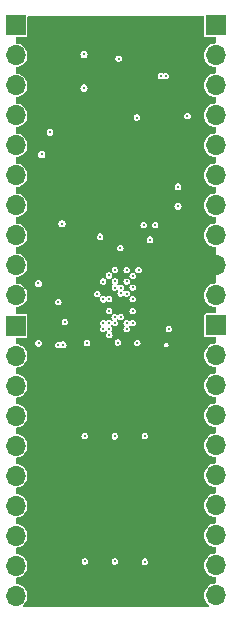
<source format=gbr>
%TF.GenerationSoftware,KiCad,Pcbnew,8.0.1*%
%TF.CreationDate,2024-10-17T14:11:07-05:00*%
%TF.ProjectId,sip-board,7369702d-626f-4617-9264-2e6b69636164,rev?*%
%TF.SameCoordinates,Original*%
%TF.FileFunction,Copper,L2,Inr*%
%TF.FilePolarity,Positive*%
%FSLAX46Y46*%
G04 Gerber Fmt 4.6, Leading zero omitted, Abs format (unit mm)*
G04 Created by KiCad (PCBNEW 8.0.1) date 2024-10-17 14:11:07*
%MOMM*%
%LPD*%
G01*
G04 APERTURE LIST*
%TA.AperFunction,CastellatedPad*%
%ADD10R,1.700000X1.700000*%
%TD*%
%TA.AperFunction,CastellatedPad*%
%ADD11O,1.700000X1.700000*%
%TD*%
%TA.AperFunction,ComponentPad*%
%ADD12R,1.700000X1.700000*%
%TD*%
%TA.AperFunction,ComponentPad*%
%ADD13O,1.700000X1.700000*%
%TD*%
%TA.AperFunction,ViaPad*%
%ADD14C,0.300000*%
%TD*%
%TA.AperFunction,ViaPad*%
%ADD15C,0.254000*%
%TD*%
G04 APERTURE END LIST*
D10*
%TO.N,A1_5V*%
%TO.C,J5*%
X153970000Y-104800000D03*
D11*
%TO.N,A2_5V*%
X153970000Y-107340000D03*
%TO.N,A3_5V*%
X153970000Y-109880000D03*
%TO.N,A4_5V*%
X153970000Y-112420000D03*
%TO.N,A5_5V*%
X153970000Y-114960000D03*
%TO.N,A6_5V*%
X153970000Y-117500000D03*
%TO.N,A7_5V*%
X153970000Y-120040000D03*
%TO.N,A8_5V*%
X153970000Y-122580000D03*
%TO.N,A9_5V*%
X153970000Y-125120000D03*
%TO.N,A10_5V*%
X153970000Y-127660000D03*
%TD*%
D10*
%TO.N,+5V*%
%TO.C,J3*%
X137000000Y-104840000D03*
D11*
%TO.N,D2_5V*%
X137000000Y-107380000D03*
%TO.N,D7_5V*%
X137000000Y-109920000D03*
%TO.N,D0_5V*%
X137000000Y-112460000D03*
%TO.N,D1_5V*%
X137000000Y-115000000D03*
%TO.N,INT_5V*%
X137000000Y-117540000D03*
%TO.N,NMI_5V*%
X137000000Y-120080000D03*
%TO.N,HALT_5V*%
X137000000Y-122620000D03*
%TO.N,MREQ_5V*%
X137000000Y-125160000D03*
%TO.N,IORQ_5V*%
X137000000Y-127700000D03*
%TD*%
D10*
%TO.N,A11_5V*%
%TO.C,J2*%
X137000000Y-79405000D03*
D11*
%TO.N,A12_5V*%
X137000000Y-81945000D03*
%TO.N,A13_5V*%
X137000000Y-84485000D03*
%TO.N,A14_5V*%
X137000000Y-87025000D03*
%TO.N,A15_5V*%
X137000000Y-89565000D03*
%TO.N,CLK_5V*%
X137000000Y-92105000D03*
%TO.N,D4_5V*%
X137000000Y-94645000D03*
%TO.N,D3_5V*%
X137000000Y-97185000D03*
%TO.N,D5_5V*%
X137000000Y-99725000D03*
%TO.N,D6_5V*%
X137000000Y-102265000D03*
%TD*%
D12*
%TO.N,RD_5V*%
%TO.C,J4*%
X153940000Y-79400000D03*
D13*
%TO.N,WR_5V*%
X153940000Y-81940000D03*
%TO.N,BUSAK_5V*%
X153940000Y-84480000D03*
%TO.N,WAIT_5V*%
X153940000Y-87020000D03*
%TO.N,BUSRQ_5V*%
X153940000Y-89560000D03*
%TO.N,RESET_5V*%
X153940000Y-92100000D03*
%TO.N,M1_5V*%
X153940000Y-94640000D03*
%TO.N,RFSH_5V*%
X153940000Y-97180000D03*
%TO.N,GND*%
X153940000Y-99720000D03*
%TO.N,A0_5V*%
X153940000Y-102260000D03*
%TD*%
D14*
%TO.N,+1V0*%
X140930000Y-96190000D03*
D15*
X143050000Y-106290000D03*
X144920000Y-103590000D03*
X145410000Y-100100000D03*
X147300000Y-106270000D03*
X145400000Y-104110000D03*
X146400000Y-102110000D03*
X145900000Y-101610000D03*
X146410000Y-100100000D03*
X145410000Y-101600000D03*
X144920000Y-102590000D03*
X145910000Y-102100000D03*
%TO.N,GND*%
X150400000Y-106500000D03*
X144320000Y-92110000D03*
X150530000Y-95300000D03*
D14*
X148410000Y-104600000D03*
D15*
X146760000Y-114750000D03*
X141770000Y-101850000D03*
X148130000Y-92140000D03*
X145420000Y-100590000D03*
X143420000Y-104590000D03*
X145932310Y-104577690D03*
X147160000Y-98930000D03*
X139870000Y-92050000D03*
X149060000Y-105850000D03*
X142160000Y-98920000D03*
X148410000Y-102100000D03*
X145900000Y-103110000D03*
X146420000Y-100590000D03*
X149040000Y-103850000D03*
D14*
X148690000Y-87960000D03*
D15*
X149240000Y-114750000D03*
X141770000Y-104350000D03*
X146900000Y-102110000D03*
D14*
X137750000Y-88290000D03*
D15*
X144160000Y-106240000D03*
X147920000Y-100590000D03*
D14*
X147880000Y-82870000D03*
X148690000Y-89720000D03*
D15*
X143910000Y-101100000D03*
X144920000Y-100090000D03*
X147420000Y-104080000D03*
X143910000Y-103600000D03*
X144920000Y-104090000D03*
X149920000Y-111060000D03*
D14*
X152400000Y-83570000D03*
D15*
X144660000Y-98960000D03*
X139970000Y-106470000D03*
X143420000Y-102090000D03*
X140700000Y-85980000D03*
D14*
X137670000Y-90870000D03*
D15*
X142920000Y-100590000D03*
X146910000Y-101100000D03*
X143410000Y-99600000D03*
X141770000Y-105850000D03*
X146740000Y-94550000D03*
X145160000Y-106240000D03*
X144130000Y-114750000D03*
X146910000Y-103100000D03*
X150160000Y-104170000D03*
X143040000Y-94560000D03*
X144910000Y-103100000D03*
X149020000Y-99350000D03*
X145900000Y-99610000D03*
X142920000Y-103090000D03*
X140710000Y-92250000D03*
X149000000Y-101350000D03*
X147900000Y-103110000D03*
X146160000Y-106230000D03*
D14*
X151140000Y-86450000D03*
%TO.N,+5V*%
X139220000Y-90330000D03*
X138940000Y-101250000D03*
X138950000Y-106300000D03*
X150760000Y-94720000D03*
X142800000Y-84710000D03*
X142800000Y-81870000D03*
D15*
%TO.N,+1V8*%
X145420000Y-101090000D03*
X146420000Y-101090000D03*
X144160000Y-97300000D03*
X144910000Y-100580000D03*
%TO.N,Net-(IC1-INIT_B_0)*%
X141180000Y-104530000D03*
X144930000Y-105590000D03*
%TO.N,TDO*%
X147270000Y-87210000D03*
X144420000Y-104600000D03*
%TO.N,M0_CONFIG*%
X147950000Y-114190000D03*
X146910000Y-104600000D03*
%TO.N,MOSI*%
X149310000Y-83710000D03*
X145410000Y-104600000D03*
X146920000Y-100610000D03*
X149700000Y-83700000D03*
%TO.N,M2_CONFIG*%
X142860000Y-114180000D03*
X146410000Y-104600000D03*
%TO.N,DIN*%
X147410000Y-100100000D03*
%TO.N,DONE*%
X149980000Y-105100000D03*
X146420000Y-105100000D03*
%TO.N,CS*%
X144900000Y-104610000D03*
X151550000Y-87050000D03*
%TO.N,CCLK*%
X145870000Y-98230000D03*
X145740000Y-82210000D03*
%TO.N,M1_CONFIG*%
X145410000Y-114200000D03*
X145910000Y-104100000D03*
%TO.N,+3V3*%
X150750000Y-93060000D03*
X143920000Y-102120000D03*
X144410000Y-101100000D03*
X146920000Y-101590000D03*
X144910000Y-105100000D03*
X146920000Y-102590000D03*
X139920000Y-88460000D03*
X140620000Y-106470000D03*
X145660000Y-106260000D03*
X142870000Y-124790000D03*
X144410000Y-105100000D03*
X148380000Y-97550000D03*
X146920000Y-103590000D03*
D14*
X141010000Y-106460000D03*
D15*
X144410000Y-102600000D03*
X148820000Y-96280000D03*
X140620000Y-102830000D03*
X147950000Y-124810000D03*
X147850000Y-96280000D03*
X145410000Y-124790000D03*
%TD*%
%TA.AperFunction,Conductor*%
%TO.N,GND*%
G36*
X152917826Y-78641674D02*
G01*
X152939500Y-78694000D01*
X152939500Y-80264820D01*
X152948233Y-80308722D01*
X152981496Y-80358504D01*
X153031278Y-80391767D01*
X153075180Y-80400500D01*
X153075181Y-80400500D01*
X153926000Y-80400500D01*
X153978326Y-80422174D01*
X154000000Y-80474500D01*
X154000000Y-80861679D01*
X153978326Y-80914005D01*
X153933254Y-80935323D01*
X153743866Y-80953976D01*
X153555268Y-81011187D01*
X153381463Y-81104089D01*
X153229117Y-81229117D01*
X153104089Y-81381463D01*
X153011187Y-81555268D01*
X152953976Y-81743866D01*
X152934659Y-81940000D01*
X152953976Y-82136133D01*
X153011187Y-82324731D01*
X153080300Y-82454030D01*
X153104090Y-82498538D01*
X153229117Y-82650883D01*
X153381462Y-82775910D01*
X153458426Y-82817048D01*
X153555268Y-82868812D01*
X153555270Y-82868812D01*
X153555273Y-82868814D01*
X153743868Y-82926024D01*
X153933254Y-82944676D01*
X153983203Y-82971375D01*
X154000000Y-83018320D01*
X154000000Y-83401679D01*
X153978326Y-83454005D01*
X153933254Y-83475323D01*
X153743866Y-83493976D01*
X153555268Y-83551187D01*
X153381463Y-83644089D01*
X153229117Y-83769117D01*
X153104089Y-83921463D01*
X153011187Y-84095268D01*
X152953976Y-84283866D01*
X152934659Y-84480000D01*
X152953976Y-84676133D01*
X153011187Y-84864731D01*
X153089103Y-85010499D01*
X153104090Y-85038538D01*
X153229117Y-85190883D01*
X153381462Y-85315910D01*
X153458426Y-85357048D01*
X153555268Y-85408812D01*
X153555270Y-85408812D01*
X153555273Y-85408814D01*
X153743868Y-85466024D01*
X153933254Y-85484676D01*
X153983203Y-85511375D01*
X154000000Y-85558320D01*
X154000000Y-85941679D01*
X153978326Y-85994005D01*
X153933254Y-86015323D01*
X153743866Y-86033976D01*
X153555268Y-86091187D01*
X153381463Y-86184089D01*
X153229117Y-86309117D01*
X153104089Y-86461463D01*
X153011187Y-86635268D01*
X152953976Y-86823866D01*
X152934659Y-87020000D01*
X152953976Y-87216133D01*
X153011187Y-87404731D01*
X153055429Y-87487500D01*
X153104090Y-87578538D01*
X153229117Y-87730883D01*
X153381462Y-87855910D01*
X153458426Y-87897048D01*
X153555268Y-87948812D01*
X153555270Y-87948812D01*
X153555273Y-87948814D01*
X153743868Y-88006024D01*
X153933254Y-88024676D01*
X153983203Y-88051375D01*
X154000000Y-88098320D01*
X154000000Y-88481679D01*
X153978326Y-88534005D01*
X153933254Y-88555323D01*
X153743866Y-88573976D01*
X153555268Y-88631187D01*
X153381463Y-88724089D01*
X153229117Y-88849117D01*
X153104089Y-89001463D01*
X153011187Y-89175268D01*
X152953976Y-89363866D01*
X152934659Y-89560000D01*
X152953976Y-89756133D01*
X153011187Y-89944731D01*
X153098776Y-90108597D01*
X153104090Y-90118538D01*
X153229117Y-90270883D01*
X153381462Y-90395910D01*
X153458426Y-90437048D01*
X153555268Y-90488812D01*
X153555270Y-90488812D01*
X153555273Y-90488814D01*
X153743868Y-90546024D01*
X153933254Y-90564676D01*
X153983203Y-90591375D01*
X154000000Y-90638320D01*
X154000000Y-91021679D01*
X153978326Y-91074005D01*
X153933254Y-91095323D01*
X153743866Y-91113976D01*
X153555268Y-91171187D01*
X153381463Y-91264089D01*
X153229117Y-91389117D01*
X153104089Y-91541463D01*
X153011187Y-91715268D01*
X152953976Y-91903866D01*
X152934659Y-92100000D01*
X152953976Y-92296133D01*
X153011187Y-92484731D01*
X153098776Y-92648597D01*
X153104090Y-92658538D01*
X153229117Y-92810883D01*
X153381462Y-92935910D01*
X153433313Y-92963625D01*
X153555268Y-93028812D01*
X153555270Y-93028812D01*
X153555273Y-93028814D01*
X153743868Y-93086024D01*
X153933254Y-93104676D01*
X153983203Y-93131375D01*
X154000000Y-93178320D01*
X154000000Y-93561679D01*
X153978326Y-93614005D01*
X153933254Y-93635323D01*
X153743866Y-93653976D01*
X153555268Y-93711187D01*
X153381463Y-93804089D01*
X153229117Y-93929117D01*
X153104089Y-94081463D01*
X153011187Y-94255268D01*
X152953976Y-94443866D01*
X152934659Y-94640000D01*
X152953976Y-94836133D01*
X153011187Y-95024731D01*
X153098776Y-95188597D01*
X153104090Y-95198538D01*
X153229117Y-95350883D01*
X153381462Y-95475910D01*
X153458426Y-95517048D01*
X153555268Y-95568812D01*
X153555270Y-95568812D01*
X153555273Y-95568814D01*
X153743868Y-95626024D01*
X153933254Y-95644676D01*
X153983203Y-95671375D01*
X154000000Y-95718320D01*
X154000000Y-96101679D01*
X153978326Y-96154005D01*
X153933254Y-96175323D01*
X153743866Y-96193976D01*
X153555268Y-96251187D01*
X153381463Y-96344089D01*
X153229117Y-96469117D01*
X153104089Y-96621463D01*
X153011187Y-96795268D01*
X152953976Y-96983866D01*
X152934659Y-97180000D01*
X152953976Y-97376133D01*
X153011187Y-97564731D01*
X153098776Y-97728597D01*
X153104090Y-97738538D01*
X153229117Y-97890883D01*
X153381462Y-98015910D01*
X153443135Y-98048875D01*
X153555268Y-98108812D01*
X153555270Y-98108812D01*
X153555273Y-98108814D01*
X153743868Y-98166024D01*
X153933254Y-98184676D01*
X153983203Y-98211375D01*
X154000000Y-98258320D01*
X154000000Y-101181679D01*
X153978326Y-101234005D01*
X153933254Y-101255323D01*
X153743866Y-101273976D01*
X153555268Y-101331187D01*
X153381463Y-101424089D01*
X153229117Y-101549117D01*
X153104089Y-101701463D01*
X153011187Y-101875268D01*
X152953976Y-102063866D01*
X152934659Y-102260000D01*
X152953976Y-102456133D01*
X153011187Y-102644731D01*
X153078747Y-102771125D01*
X153104090Y-102818538D01*
X153229117Y-102970883D01*
X153381462Y-103095910D01*
X153458426Y-103137048D01*
X153555268Y-103188812D01*
X153555270Y-103188812D01*
X153555273Y-103188814D01*
X153743868Y-103246024D01*
X153933254Y-103264676D01*
X153983203Y-103291375D01*
X154000000Y-103338320D01*
X154000000Y-103725500D01*
X153978326Y-103777826D01*
X153926000Y-103799500D01*
X153105180Y-103799500D01*
X153083229Y-103803866D01*
X153061277Y-103808233D01*
X153011496Y-103841495D01*
X153011495Y-103841496D01*
X152978233Y-103891277D01*
X152978233Y-103891278D01*
X152969500Y-103935180D01*
X152969500Y-105664820D01*
X152978233Y-105708722D01*
X153011496Y-105758504D01*
X153061278Y-105791767D01*
X153105180Y-105800500D01*
X153105181Y-105800500D01*
X153926000Y-105800500D01*
X153978326Y-105822174D01*
X154000000Y-105874500D01*
X154000000Y-106264634D01*
X153978326Y-106316960D01*
X153933254Y-106338278D01*
X153773866Y-106353976D01*
X153585268Y-106411187D01*
X153411463Y-106504089D01*
X153259117Y-106629117D01*
X153134089Y-106781463D01*
X153041187Y-106955268D01*
X152983976Y-107143866D01*
X152964659Y-107340000D01*
X152983976Y-107536133D01*
X153041187Y-107724731D01*
X153128776Y-107888597D01*
X153134090Y-107898538D01*
X153259117Y-108050883D01*
X153411462Y-108175910D01*
X153486297Y-108215910D01*
X153585268Y-108268812D01*
X153585270Y-108268812D01*
X153585273Y-108268814D01*
X153773868Y-108326024D01*
X153933254Y-108341721D01*
X153983203Y-108368420D01*
X154000000Y-108415365D01*
X154000000Y-108804634D01*
X153978326Y-108856960D01*
X153933254Y-108878278D01*
X153773866Y-108893976D01*
X153585268Y-108951187D01*
X153411463Y-109044089D01*
X153259117Y-109169117D01*
X153134089Y-109321463D01*
X153041187Y-109495268D01*
X152983976Y-109683866D01*
X152964659Y-109880000D01*
X152983976Y-110076133D01*
X153041187Y-110264731D01*
X153128776Y-110428597D01*
X153134090Y-110438538D01*
X153259117Y-110590883D01*
X153411462Y-110715910D01*
X153486297Y-110755910D01*
X153585268Y-110808812D01*
X153585270Y-110808812D01*
X153585273Y-110808814D01*
X153773868Y-110866024D01*
X153933254Y-110881721D01*
X153983203Y-110908420D01*
X154000000Y-110955365D01*
X154000000Y-111344634D01*
X153978326Y-111396960D01*
X153933254Y-111418278D01*
X153773866Y-111433976D01*
X153585268Y-111491187D01*
X153411463Y-111584089D01*
X153259117Y-111709117D01*
X153134089Y-111861463D01*
X153041187Y-112035268D01*
X152983976Y-112223866D01*
X152964659Y-112420000D01*
X152983976Y-112616133D01*
X153041187Y-112804731D01*
X153128776Y-112968597D01*
X153134090Y-112978538D01*
X153259117Y-113130883D01*
X153411462Y-113255910D01*
X153486297Y-113295910D01*
X153585268Y-113348812D01*
X153585270Y-113348812D01*
X153585273Y-113348814D01*
X153773868Y-113406024D01*
X153933254Y-113421721D01*
X153983203Y-113448420D01*
X154000000Y-113495365D01*
X154000000Y-113884634D01*
X153978326Y-113936960D01*
X153933254Y-113958278D01*
X153773866Y-113973976D01*
X153585268Y-114031187D01*
X153411463Y-114124089D01*
X153259117Y-114249117D01*
X153134089Y-114401463D01*
X153041187Y-114575268D01*
X152983976Y-114763866D01*
X152964659Y-114960000D01*
X152983976Y-115156133D01*
X153041187Y-115344731D01*
X153128776Y-115508597D01*
X153134090Y-115518538D01*
X153259117Y-115670883D01*
X153411462Y-115795910D01*
X153486297Y-115835910D01*
X153585268Y-115888812D01*
X153585270Y-115888812D01*
X153585273Y-115888814D01*
X153773868Y-115946024D01*
X153933254Y-115961721D01*
X153983203Y-115988420D01*
X154000000Y-116035365D01*
X154000000Y-116424634D01*
X153978326Y-116476960D01*
X153933254Y-116498278D01*
X153773866Y-116513976D01*
X153585268Y-116571187D01*
X153411463Y-116664089D01*
X153259117Y-116789117D01*
X153134089Y-116941463D01*
X153041187Y-117115268D01*
X152983976Y-117303866D01*
X152964659Y-117500000D01*
X152983976Y-117696133D01*
X153041187Y-117884731D01*
X153128776Y-118048597D01*
X153134090Y-118058538D01*
X153259117Y-118210883D01*
X153411462Y-118335910D01*
X153486297Y-118375910D01*
X153585268Y-118428812D01*
X153585270Y-118428812D01*
X153585273Y-118428814D01*
X153773868Y-118486024D01*
X153933254Y-118501721D01*
X153983203Y-118528420D01*
X154000000Y-118575365D01*
X154000000Y-118964634D01*
X153978326Y-119016960D01*
X153933254Y-119038278D01*
X153773866Y-119053976D01*
X153585268Y-119111187D01*
X153411463Y-119204089D01*
X153259117Y-119329117D01*
X153134089Y-119481463D01*
X153041187Y-119655268D01*
X152983976Y-119843866D01*
X152964659Y-120040000D01*
X152983976Y-120236133D01*
X153041187Y-120424731D01*
X153128776Y-120588597D01*
X153134090Y-120598538D01*
X153259117Y-120750883D01*
X153411462Y-120875910D01*
X153486297Y-120915910D01*
X153585268Y-120968812D01*
X153585270Y-120968812D01*
X153585273Y-120968814D01*
X153773868Y-121026024D01*
X153933254Y-121041721D01*
X153983203Y-121068420D01*
X154000000Y-121115365D01*
X154000000Y-121504634D01*
X153978326Y-121556960D01*
X153933254Y-121578278D01*
X153773866Y-121593976D01*
X153585268Y-121651187D01*
X153411463Y-121744089D01*
X153259117Y-121869117D01*
X153134089Y-122021463D01*
X153041187Y-122195268D01*
X152983976Y-122383866D01*
X152964659Y-122580000D01*
X152983976Y-122776133D01*
X153041187Y-122964731D01*
X153128776Y-123128597D01*
X153134090Y-123138538D01*
X153259117Y-123290883D01*
X153411462Y-123415910D01*
X153486297Y-123455910D01*
X153585268Y-123508812D01*
X153585270Y-123508812D01*
X153585273Y-123508814D01*
X153773868Y-123566024D01*
X153933254Y-123581721D01*
X153983203Y-123608420D01*
X154000000Y-123655365D01*
X154000000Y-124044634D01*
X153978326Y-124096960D01*
X153933254Y-124118278D01*
X153773866Y-124133976D01*
X153585268Y-124191187D01*
X153411463Y-124284089D01*
X153259117Y-124409117D01*
X153134089Y-124561463D01*
X153041187Y-124735268D01*
X152983976Y-124923866D01*
X152964659Y-125120000D01*
X152983976Y-125316133D01*
X153041187Y-125504731D01*
X153128776Y-125668597D01*
X153134090Y-125678538D01*
X153259117Y-125830883D01*
X153411462Y-125955910D01*
X153486297Y-125995910D01*
X153585268Y-126048812D01*
X153585270Y-126048812D01*
X153585273Y-126048814D01*
X153773868Y-126106024D01*
X153933254Y-126121721D01*
X153983203Y-126148420D01*
X154000000Y-126195365D01*
X154000000Y-126584634D01*
X153978326Y-126636960D01*
X153933254Y-126658278D01*
X153773866Y-126673976D01*
X153585268Y-126731187D01*
X153411463Y-126824089D01*
X153259117Y-126949117D01*
X153134089Y-127101463D01*
X153041187Y-127275268D01*
X152983976Y-127463866D01*
X152964659Y-127660000D01*
X152983976Y-127856133D01*
X153041187Y-128044731D01*
X153128776Y-128208597D01*
X153134090Y-128218538D01*
X153259117Y-128370883D01*
X153402795Y-128488797D01*
X153429494Y-128538747D01*
X153413053Y-128592945D01*
X153363103Y-128619644D01*
X153355850Y-128620000D01*
X137662890Y-128620000D01*
X137610564Y-128598326D01*
X137588890Y-128546000D01*
X137610564Y-128493674D01*
X137615944Y-128488798D01*
X137623724Y-128482412D01*
X137710883Y-128410883D01*
X137835910Y-128258538D01*
X137928814Y-128084727D01*
X137986024Y-127896132D01*
X138005341Y-127700000D01*
X137986024Y-127503868D01*
X137928814Y-127315273D01*
X137928812Y-127315270D01*
X137928812Y-127315268D01*
X137877048Y-127218426D01*
X137835910Y-127141462D01*
X137710883Y-126989117D01*
X137558538Y-126864090D01*
X137548597Y-126858776D01*
X137384731Y-126771187D01*
X137196133Y-126713976D01*
X137132513Y-126707710D01*
X137066746Y-126701232D01*
X137016797Y-126674534D01*
X137000000Y-126627589D01*
X137000000Y-126232410D01*
X137021674Y-126180084D01*
X137066744Y-126158767D01*
X137196132Y-126146024D01*
X137384727Y-126088814D01*
X137558538Y-125995910D01*
X137710883Y-125870883D01*
X137835910Y-125718538D01*
X137928814Y-125544727D01*
X137986024Y-125356132D01*
X138005341Y-125160000D01*
X137986024Y-124963868D01*
X137933281Y-124790000D01*
X142588219Y-124790000D01*
X142605211Y-124886373D01*
X142605211Y-124886374D01*
X142605212Y-124886375D01*
X142654143Y-124971125D01*
X142729109Y-125034030D01*
X142821067Y-125067499D01*
X142821067Y-125067500D01*
X142821069Y-125067500D01*
X142918933Y-125067500D01*
X142918932Y-125067499D01*
X143010891Y-125034030D01*
X143085857Y-124971125D01*
X143134788Y-124886375D01*
X143151781Y-124790000D01*
X145128219Y-124790000D01*
X145145211Y-124886373D01*
X145145211Y-124886374D01*
X145145212Y-124886375D01*
X145194143Y-124971125D01*
X145269109Y-125034030D01*
X145361067Y-125067499D01*
X145361067Y-125067500D01*
X145361069Y-125067500D01*
X145458933Y-125067500D01*
X145458932Y-125067499D01*
X145550891Y-125034030D01*
X145625857Y-124971125D01*
X145674788Y-124886375D01*
X145688255Y-124810000D01*
X147668219Y-124810000D01*
X147685211Y-124906373D01*
X147685211Y-124906374D01*
X147685212Y-124906375D01*
X147734143Y-124991125D01*
X147809109Y-125054030D01*
X147901067Y-125087499D01*
X147901067Y-125087500D01*
X147901069Y-125087500D01*
X147998933Y-125087500D01*
X147998932Y-125087499D01*
X148090891Y-125054030D01*
X148165857Y-124991125D01*
X148214788Y-124906375D01*
X148231781Y-124810000D01*
X148214788Y-124713625D01*
X148165857Y-124628875D01*
X148090891Y-124565970D01*
X148090890Y-124565969D01*
X147998932Y-124532500D01*
X147998931Y-124532500D01*
X147901069Y-124532500D01*
X147901067Y-124532500D01*
X147809109Y-124565970D01*
X147809107Y-124565971D01*
X147734143Y-124628873D01*
X147685211Y-124713626D01*
X147668219Y-124810000D01*
X145688255Y-124810000D01*
X145691781Y-124790000D01*
X145674788Y-124693625D01*
X145625857Y-124608875D01*
X145574726Y-124565970D01*
X145550890Y-124545969D01*
X145458932Y-124512500D01*
X145458931Y-124512500D01*
X145361069Y-124512500D01*
X145361067Y-124512500D01*
X145269109Y-124545970D01*
X145269107Y-124545971D01*
X145194143Y-124608873D01*
X145145211Y-124693626D01*
X145128219Y-124790000D01*
X143151781Y-124790000D01*
X143134788Y-124693625D01*
X143085857Y-124608875D01*
X143034726Y-124565970D01*
X143010890Y-124545969D01*
X142918932Y-124512500D01*
X142918931Y-124512500D01*
X142821069Y-124512500D01*
X142821067Y-124512500D01*
X142729109Y-124545970D01*
X142729107Y-124545971D01*
X142654143Y-124608873D01*
X142605211Y-124693626D01*
X142588219Y-124790000D01*
X137933281Y-124790000D01*
X137928814Y-124775273D01*
X137928812Y-124775270D01*
X137928812Y-124775268D01*
X137877048Y-124678426D01*
X137835910Y-124601462D01*
X137710883Y-124449117D01*
X137558538Y-124324090D01*
X137548597Y-124318776D01*
X137384731Y-124231187D01*
X137196133Y-124173976D01*
X137132513Y-124167710D01*
X137066746Y-124161232D01*
X137016797Y-124134534D01*
X137000000Y-124087589D01*
X137000000Y-123692410D01*
X137021674Y-123640084D01*
X137066744Y-123618767D01*
X137196132Y-123606024D01*
X137384727Y-123548814D01*
X137558538Y-123455910D01*
X137710883Y-123330883D01*
X137835910Y-123178538D01*
X137928814Y-123004727D01*
X137986024Y-122816132D01*
X138005341Y-122620000D01*
X137986024Y-122423868D01*
X137928814Y-122235273D01*
X137928812Y-122235270D01*
X137928812Y-122235268D01*
X137877048Y-122138426D01*
X137835910Y-122061462D01*
X137710883Y-121909117D01*
X137558538Y-121784090D01*
X137548597Y-121778776D01*
X137384731Y-121691187D01*
X137196133Y-121633976D01*
X137132513Y-121627710D01*
X137066746Y-121621232D01*
X137016797Y-121594534D01*
X137000000Y-121547589D01*
X137000000Y-121152410D01*
X137021674Y-121100084D01*
X137066744Y-121078767D01*
X137196132Y-121066024D01*
X137384727Y-121008814D01*
X137558538Y-120915910D01*
X137710883Y-120790883D01*
X137835910Y-120638538D01*
X137928814Y-120464727D01*
X137986024Y-120276132D01*
X138005341Y-120080000D01*
X137986024Y-119883868D01*
X137928814Y-119695273D01*
X137928812Y-119695270D01*
X137928812Y-119695268D01*
X137877048Y-119598426D01*
X137835910Y-119521462D01*
X137710883Y-119369117D01*
X137558538Y-119244090D01*
X137548597Y-119238776D01*
X137384731Y-119151187D01*
X137196133Y-119093976D01*
X137132513Y-119087710D01*
X137066746Y-119081232D01*
X137016797Y-119054534D01*
X137000000Y-119007589D01*
X137000000Y-118612410D01*
X137021674Y-118560084D01*
X137066744Y-118538767D01*
X137196132Y-118526024D01*
X137384727Y-118468814D01*
X137558538Y-118375910D01*
X137710883Y-118250883D01*
X137835910Y-118098538D01*
X137928814Y-117924727D01*
X137986024Y-117736132D01*
X138005341Y-117540000D01*
X137986024Y-117343868D01*
X137928814Y-117155273D01*
X137928812Y-117155270D01*
X137928812Y-117155268D01*
X137877048Y-117058426D01*
X137835910Y-116981462D01*
X137710883Y-116829117D01*
X137558538Y-116704090D01*
X137548597Y-116698776D01*
X137384731Y-116611187D01*
X137196133Y-116553976D01*
X137132513Y-116547710D01*
X137066746Y-116541232D01*
X137016797Y-116514534D01*
X137000000Y-116467589D01*
X137000000Y-116072410D01*
X137021674Y-116020084D01*
X137066744Y-115998767D01*
X137196132Y-115986024D01*
X137384727Y-115928814D01*
X137558538Y-115835910D01*
X137710883Y-115710883D01*
X137835910Y-115558538D01*
X137928814Y-115384727D01*
X137986024Y-115196132D01*
X138005341Y-115000000D01*
X137986024Y-114803868D01*
X137928814Y-114615273D01*
X137928812Y-114615270D01*
X137928812Y-114615268D01*
X137877048Y-114518426D01*
X137835910Y-114441462D01*
X137710883Y-114289117D01*
X137577924Y-114180000D01*
X142578219Y-114180000D01*
X142595211Y-114276373D01*
X142595211Y-114276374D01*
X142595212Y-114276375D01*
X142644143Y-114361125D01*
X142719109Y-114424030D01*
X142811067Y-114457499D01*
X142811067Y-114457500D01*
X142811069Y-114457500D01*
X142908933Y-114457500D01*
X142908932Y-114457499D01*
X143000891Y-114424030D01*
X143075857Y-114361125D01*
X143124788Y-114276375D01*
X143138255Y-114200000D01*
X145128219Y-114200000D01*
X145145211Y-114296373D01*
X145188368Y-114371124D01*
X145194143Y-114381125D01*
X145269109Y-114444030D01*
X145361067Y-114477499D01*
X145361067Y-114477500D01*
X145361069Y-114477500D01*
X145458933Y-114477500D01*
X145458932Y-114477499D01*
X145550891Y-114444030D01*
X145625857Y-114381125D01*
X145674788Y-114296375D01*
X145691781Y-114200000D01*
X145690018Y-114190000D01*
X147668219Y-114190000D01*
X147685211Y-114286373D01*
X147685211Y-114286374D01*
X147685212Y-114286375D01*
X147690986Y-114296375D01*
X147728368Y-114361124D01*
X147734143Y-114371125D01*
X147809109Y-114434030D01*
X147901067Y-114467499D01*
X147901067Y-114467500D01*
X147901069Y-114467500D01*
X147998933Y-114467500D01*
X147998932Y-114467499D01*
X148090891Y-114434030D01*
X148165857Y-114371125D01*
X148214788Y-114286375D01*
X148231781Y-114190000D01*
X148214788Y-114093625D01*
X148165857Y-114008875D01*
X148090891Y-113945970D01*
X148090890Y-113945969D01*
X147998932Y-113912500D01*
X147998931Y-113912500D01*
X147901069Y-113912500D01*
X147901067Y-113912500D01*
X147809109Y-113945970D01*
X147809107Y-113945971D01*
X147734143Y-114008873D01*
X147685211Y-114093626D01*
X147668219Y-114190000D01*
X145690018Y-114190000D01*
X145674788Y-114103625D01*
X145625857Y-114018875D01*
X145550891Y-113955970D01*
X145550890Y-113955969D01*
X145458932Y-113922500D01*
X145458931Y-113922500D01*
X145361069Y-113922500D01*
X145361067Y-113922500D01*
X145269109Y-113955970D01*
X145269107Y-113955971D01*
X145194143Y-114018873D01*
X145145211Y-114103626D01*
X145128219Y-114200000D01*
X143138255Y-114200000D01*
X143141781Y-114180000D01*
X143124788Y-114083625D01*
X143075857Y-113998875D01*
X143024726Y-113955970D01*
X143000890Y-113935969D01*
X142908932Y-113902500D01*
X142908931Y-113902500D01*
X142811069Y-113902500D01*
X142811067Y-113902500D01*
X142719109Y-113935970D01*
X142719107Y-113935971D01*
X142644143Y-113998873D01*
X142595211Y-114083626D01*
X142578219Y-114180000D01*
X137577924Y-114180000D01*
X137558538Y-114164090D01*
X137548597Y-114158776D01*
X137384731Y-114071187D01*
X137196133Y-114013976D01*
X137132513Y-114007710D01*
X137066746Y-114001232D01*
X137016797Y-113974534D01*
X137000000Y-113927589D01*
X137000000Y-113532410D01*
X137021674Y-113480084D01*
X137066744Y-113458767D01*
X137196132Y-113446024D01*
X137384727Y-113388814D01*
X137558538Y-113295910D01*
X137710883Y-113170883D01*
X137835910Y-113018538D01*
X137928814Y-112844727D01*
X137986024Y-112656132D01*
X138005341Y-112460000D01*
X137986024Y-112263868D01*
X137928814Y-112075273D01*
X137928812Y-112075270D01*
X137928812Y-112075268D01*
X137877048Y-111978426D01*
X137835910Y-111901462D01*
X137710883Y-111749117D01*
X137558538Y-111624090D01*
X137548597Y-111618776D01*
X137384731Y-111531187D01*
X137196133Y-111473976D01*
X137132513Y-111467710D01*
X137066746Y-111461232D01*
X137016797Y-111434534D01*
X137000000Y-111387589D01*
X137000000Y-110992410D01*
X137021674Y-110940084D01*
X137066744Y-110918767D01*
X137196132Y-110906024D01*
X137384727Y-110848814D01*
X137558538Y-110755910D01*
X137710883Y-110630883D01*
X137835910Y-110478538D01*
X137928814Y-110304727D01*
X137986024Y-110116132D01*
X138005341Y-109920000D01*
X137986024Y-109723868D01*
X137928814Y-109535273D01*
X137928812Y-109535270D01*
X137928812Y-109535268D01*
X137877048Y-109438426D01*
X137835910Y-109361462D01*
X137710883Y-109209117D01*
X137558538Y-109084090D01*
X137548597Y-109078776D01*
X137384731Y-108991187D01*
X137196133Y-108933976D01*
X137132513Y-108927710D01*
X137066746Y-108921232D01*
X137016797Y-108894534D01*
X137000000Y-108847589D01*
X137000000Y-108452410D01*
X137021674Y-108400084D01*
X137066744Y-108378767D01*
X137196132Y-108366024D01*
X137384727Y-108308814D01*
X137558538Y-108215910D01*
X137710883Y-108090883D01*
X137835910Y-107938538D01*
X137928814Y-107764727D01*
X137986024Y-107576132D01*
X138005341Y-107380000D01*
X137986024Y-107183868D01*
X137928814Y-106995273D01*
X137928812Y-106995270D01*
X137928812Y-106995268D01*
X137877048Y-106898426D01*
X137835910Y-106821462D01*
X137710883Y-106669117D01*
X137558538Y-106544090D01*
X137502300Y-106514030D01*
X137384731Y-106451187D01*
X137196133Y-106393976D01*
X137118936Y-106386373D01*
X137066746Y-106381232D01*
X137016797Y-106354534D01*
X137000000Y-106307589D01*
X137000000Y-106300000D01*
X138644864Y-106300000D01*
X138663265Y-106404362D01*
X138716252Y-106496139D01*
X138797429Y-106564254D01*
X138797432Y-106564256D01*
X138897011Y-106600499D01*
X138897012Y-106600500D01*
X138897014Y-106600500D01*
X139002988Y-106600500D01*
X139002988Y-106600499D01*
X139102568Y-106564256D01*
X139183748Y-106496138D01*
X139198839Y-106470000D01*
X140338219Y-106470000D01*
X140355211Y-106566373D01*
X140392400Y-106630787D01*
X140404143Y-106651125D01*
X140479109Y-106714030D01*
X140571067Y-106747499D01*
X140571067Y-106747500D01*
X140571069Y-106747500D01*
X140668933Y-106747500D01*
X140668932Y-106747499D01*
X140760891Y-106714030D01*
X140760894Y-106714027D01*
X140765983Y-106711089D01*
X140822135Y-106703692D01*
X140850556Y-106718486D01*
X140857432Y-106724256D01*
X140957011Y-106760499D01*
X140957012Y-106760500D01*
X140957014Y-106760500D01*
X141062988Y-106760500D01*
X141062988Y-106760499D01*
X141162568Y-106724256D01*
X141243748Y-106656138D01*
X141296734Y-106564363D01*
X141315136Y-106460000D01*
X141296734Y-106355637D01*
X141258839Y-106290000D01*
X142768219Y-106290000D01*
X142785211Y-106386373D01*
X142785211Y-106386374D01*
X142785212Y-106386375D01*
X142798323Y-106409083D01*
X142822631Y-106451187D01*
X142834143Y-106471125D01*
X142909109Y-106534030D01*
X143001067Y-106567499D01*
X143001067Y-106567500D01*
X143001069Y-106567500D01*
X143098933Y-106567500D01*
X143098932Y-106567499D01*
X143190891Y-106534030D01*
X143265857Y-106471125D01*
X143314788Y-106386375D01*
X143331781Y-106290000D01*
X143326491Y-106260000D01*
X145378219Y-106260000D01*
X145395211Y-106356373D01*
X145395211Y-106356374D01*
X145395212Y-106356375D01*
X145400986Y-106366375D01*
X145426857Y-106411186D01*
X145444143Y-106441125D01*
X145519109Y-106504030D01*
X145611067Y-106537499D01*
X145611067Y-106537500D01*
X145611069Y-106537500D01*
X145708933Y-106537500D01*
X145708932Y-106537499D01*
X145800891Y-106504030D01*
X145875857Y-106441125D01*
X145924788Y-106356375D01*
X145940018Y-106270000D01*
X147018219Y-106270000D01*
X147035211Y-106366373D01*
X147035211Y-106366374D01*
X147035212Y-106366375D01*
X147043790Y-106381233D01*
X147078368Y-106441124D01*
X147084143Y-106451125D01*
X147159109Y-106514030D01*
X147251067Y-106547499D01*
X147251067Y-106547500D01*
X147251069Y-106547500D01*
X147348933Y-106547500D01*
X147348932Y-106547499D01*
X147440891Y-106514030D01*
X147493363Y-106470000D01*
X149554344Y-106470000D01*
X149574710Y-106559231D01*
X149631776Y-106630788D01*
X149714237Y-106670500D01*
X149714238Y-106670500D01*
X149805762Y-106670500D01*
X149805763Y-106670500D01*
X149888224Y-106630788D01*
X149945290Y-106559231D01*
X149965656Y-106470000D01*
X149945290Y-106380769D01*
X149888224Y-106309212D01*
X149805763Y-106269500D01*
X149714237Y-106269500D01*
X149674009Y-106288873D01*
X149631775Y-106309212D01*
X149574711Y-106380767D01*
X149574710Y-106380768D01*
X149574710Y-106380769D01*
X149554344Y-106470000D01*
X147493363Y-106470000D01*
X147515857Y-106451125D01*
X147564788Y-106366375D01*
X147581781Y-106270000D01*
X147564788Y-106173625D01*
X147515857Y-106088875D01*
X147464726Y-106045970D01*
X147440890Y-106025969D01*
X147348932Y-105992500D01*
X147348931Y-105992500D01*
X147251069Y-105992500D01*
X147251067Y-105992500D01*
X147159109Y-106025970D01*
X147159107Y-106025971D01*
X147084143Y-106088873D01*
X147035211Y-106173626D01*
X147018219Y-106270000D01*
X145940018Y-106270000D01*
X145941781Y-106260000D01*
X145924788Y-106163625D01*
X145875857Y-106078875D01*
X145800891Y-106015970D01*
X145800890Y-106015969D01*
X145708932Y-105982500D01*
X145708931Y-105982500D01*
X145611069Y-105982500D01*
X145611067Y-105982500D01*
X145519109Y-106015970D01*
X145519107Y-106015971D01*
X145444143Y-106078873D01*
X145395211Y-106163626D01*
X145378219Y-106260000D01*
X143326491Y-106260000D01*
X143314788Y-106193625D01*
X143265857Y-106108875D01*
X143190891Y-106045970D01*
X143190890Y-106045969D01*
X143098932Y-106012500D01*
X143098931Y-106012500D01*
X143001069Y-106012500D01*
X143001067Y-106012500D01*
X142909109Y-106045970D01*
X142909107Y-106045971D01*
X142834143Y-106108873D01*
X142785211Y-106193626D01*
X142768219Y-106290000D01*
X141258839Y-106290000D01*
X141243748Y-106263862D01*
X141243747Y-106263860D01*
X141162570Y-106195745D01*
X141162567Y-106195743D01*
X141062988Y-106159500D01*
X141062986Y-106159500D01*
X140957014Y-106159500D01*
X140957011Y-106159500D01*
X140857433Y-106195743D01*
X140857432Y-106195743D01*
X140835826Y-106213872D01*
X140781809Y-106230901D01*
X140762953Y-106226720D01*
X140668933Y-106192500D01*
X140668931Y-106192500D01*
X140571069Y-106192500D01*
X140571067Y-106192500D01*
X140479109Y-106225970D01*
X140479107Y-106225971D01*
X140404143Y-106288873D01*
X140355211Y-106373626D01*
X140338219Y-106470000D01*
X139198839Y-106470000D01*
X139236734Y-106404363D01*
X139255136Y-106300000D01*
X139236734Y-106195637D01*
X139183748Y-106103862D01*
X139183747Y-106103860D01*
X139102570Y-106035745D01*
X139102567Y-106035743D01*
X139002988Y-105999500D01*
X139002986Y-105999500D01*
X138897014Y-105999500D01*
X138897011Y-105999500D01*
X138797432Y-106035743D01*
X138797429Y-106035745D01*
X138716252Y-106103860D01*
X138663265Y-106195637D01*
X138644864Y-106300000D01*
X137000000Y-106300000D01*
X137000000Y-105914500D01*
X137021674Y-105862174D01*
X137074000Y-105840500D01*
X137864819Y-105840500D01*
X137864820Y-105840500D01*
X137908722Y-105831767D01*
X137958504Y-105798504D01*
X137991767Y-105748722D01*
X138000500Y-105704820D01*
X138000500Y-105100000D01*
X144128219Y-105100000D01*
X144145211Y-105196373D01*
X144145211Y-105196374D01*
X144145212Y-105196375D01*
X144194143Y-105281125D01*
X144269109Y-105344030D01*
X144361067Y-105377499D01*
X144361067Y-105377500D01*
X144361069Y-105377500D01*
X144458933Y-105377500D01*
X144458932Y-105377499D01*
X144550891Y-105344030D01*
X144612433Y-105292388D01*
X144666448Y-105275356D01*
X144707566Y-105292389D01*
X144712711Y-105296706D01*
X144738861Y-105346943D01*
X144721827Y-105400959D01*
X144715343Y-105407443D01*
X144714144Y-105408872D01*
X144665211Y-105493626D01*
X144648219Y-105590000D01*
X144665211Y-105686373D01*
X144706855Y-105758503D01*
X144714143Y-105771125D01*
X144789109Y-105834030D01*
X144881067Y-105867499D01*
X144881067Y-105867500D01*
X144881069Y-105867500D01*
X144978933Y-105867500D01*
X144978932Y-105867499D01*
X145070891Y-105834030D01*
X145145857Y-105771125D01*
X145194788Y-105686375D01*
X145211781Y-105590000D01*
X145194788Y-105493625D01*
X145145857Y-105408875D01*
X145127290Y-105393295D01*
X145101139Y-105343057D01*
X145118170Y-105289041D01*
X145124657Y-105282555D01*
X145125855Y-105281127D01*
X145125855Y-105281126D01*
X145125857Y-105281125D01*
X145174788Y-105196375D01*
X145191781Y-105100000D01*
X145174788Y-105003625D01*
X145125857Y-104918875D01*
X145112290Y-104907491D01*
X145086139Y-104857254D01*
X145103169Y-104803238D01*
X145112286Y-104794121D01*
X145113388Y-104793196D01*
X145167402Y-104776161D01*
X145208524Y-104793192D01*
X145269109Y-104844030D01*
X145361067Y-104877499D01*
X145361067Y-104877500D01*
X145361069Y-104877500D01*
X145458933Y-104877500D01*
X145458932Y-104877499D01*
X145550891Y-104844030D01*
X145625857Y-104781125D01*
X145674788Y-104696375D01*
X145691781Y-104600000D01*
X146128219Y-104600000D01*
X146145211Y-104696373D01*
X146194142Y-104781124D01*
X146213667Y-104797508D01*
X146239818Y-104847746D01*
X146222787Y-104901762D01*
X146213669Y-104910880D01*
X146204143Y-104918873D01*
X146155211Y-105003626D01*
X146138219Y-105100000D01*
X146155211Y-105196373D01*
X146155211Y-105196374D01*
X146155212Y-105196375D01*
X146204143Y-105281125D01*
X146279109Y-105344030D01*
X146371067Y-105377499D01*
X146371067Y-105377500D01*
X146371069Y-105377500D01*
X146468933Y-105377500D01*
X146468932Y-105377499D01*
X146560891Y-105344030D01*
X146635857Y-105281125D01*
X146684788Y-105196375D01*
X146701781Y-105100000D01*
X149698219Y-105100000D01*
X149715211Y-105196373D01*
X149715211Y-105196374D01*
X149715212Y-105196375D01*
X149764143Y-105281125D01*
X149839109Y-105344030D01*
X149931067Y-105377499D01*
X149931067Y-105377500D01*
X149931069Y-105377500D01*
X150028933Y-105377500D01*
X150028932Y-105377499D01*
X150120891Y-105344030D01*
X150195857Y-105281125D01*
X150244788Y-105196375D01*
X150261781Y-105100000D01*
X150244788Y-105003625D01*
X150195857Y-104918875D01*
X150186329Y-104910880D01*
X150120890Y-104855969D01*
X150028932Y-104822500D01*
X150028931Y-104822500D01*
X149931069Y-104822500D01*
X149931067Y-104822500D01*
X149839109Y-104855970D01*
X149839107Y-104855971D01*
X149764143Y-104918873D01*
X149715211Y-105003626D01*
X149698219Y-105100000D01*
X146701781Y-105100000D01*
X146684788Y-105003625D01*
X146636661Y-104920267D01*
X146629268Y-104864114D01*
X146663747Y-104819181D01*
X146719900Y-104811788D01*
X146748313Y-104826580D01*
X146769109Y-104844030D01*
X146861067Y-104877499D01*
X146861067Y-104877500D01*
X146861069Y-104877500D01*
X146958933Y-104877500D01*
X146958932Y-104877499D01*
X147050891Y-104844030D01*
X147125857Y-104781125D01*
X147174788Y-104696375D01*
X147191781Y-104600000D01*
X147174788Y-104503625D01*
X147125857Y-104418875D01*
X147112432Y-104407610D01*
X147050890Y-104355969D01*
X146958932Y-104322500D01*
X146958931Y-104322500D01*
X146861069Y-104322500D01*
X146861067Y-104322500D01*
X146769110Y-104355969D01*
X146707566Y-104407611D01*
X146653550Y-104424641D01*
X146612434Y-104407610D01*
X146550893Y-104355971D01*
X146550890Y-104355969D01*
X146458932Y-104322500D01*
X146458931Y-104322500D01*
X146361069Y-104322500D01*
X146361067Y-104322500D01*
X146269109Y-104355970D01*
X146269107Y-104355971D01*
X146194143Y-104418873D01*
X146145211Y-104503626D01*
X146128219Y-104600000D01*
X145691781Y-104600000D01*
X145674788Y-104503625D01*
X145625857Y-104418875D01*
X145612290Y-104407491D01*
X145586139Y-104357254D01*
X145603169Y-104303238D01*
X145612286Y-104294121D01*
X145613388Y-104293196D01*
X145667402Y-104276161D01*
X145708524Y-104293192D01*
X145769109Y-104344030D01*
X145861067Y-104377499D01*
X145861067Y-104377500D01*
X145861069Y-104377500D01*
X145958933Y-104377500D01*
X145958932Y-104377499D01*
X146050891Y-104344030D01*
X146125857Y-104281125D01*
X146174788Y-104196375D01*
X146191781Y-104100000D01*
X146174788Y-104003625D01*
X146125857Y-103918875D01*
X146064632Y-103867500D01*
X146050890Y-103855969D01*
X145958932Y-103822500D01*
X145958931Y-103822500D01*
X145861069Y-103822500D01*
X145861067Y-103822500D01*
X145769109Y-103855970D01*
X145769107Y-103855971D01*
X145696607Y-103916806D01*
X145642591Y-103933837D01*
X145601474Y-103916806D01*
X145540890Y-103865969D01*
X145448932Y-103832500D01*
X145448931Y-103832500D01*
X145351069Y-103832500D01*
X145351067Y-103832500D01*
X145259109Y-103865970D01*
X145259107Y-103865971D01*
X145184143Y-103928873D01*
X145135211Y-104013626D01*
X145118219Y-104110000D01*
X145135211Y-104206373D01*
X145181166Y-104285970D01*
X145184143Y-104291125D01*
X145197708Y-104302508D01*
X145223860Y-104352745D01*
X145206830Y-104406761D01*
X145197713Y-104415878D01*
X145196612Y-104416802D01*
X145142597Y-104433838D01*
X145101474Y-104416806D01*
X145040890Y-104365969D01*
X144948932Y-104332500D01*
X144948931Y-104332500D01*
X144851069Y-104332500D01*
X144851067Y-104332500D01*
X144759109Y-104365970D01*
X144759107Y-104365971D01*
X144713524Y-104404220D01*
X144659508Y-104421251D01*
X144618391Y-104404219D01*
X144560893Y-104355971D01*
X144560890Y-104355969D01*
X144468932Y-104322500D01*
X144468931Y-104322500D01*
X144371069Y-104322500D01*
X144371067Y-104322500D01*
X144279109Y-104355970D01*
X144279107Y-104355971D01*
X144204143Y-104418873D01*
X144155211Y-104503626D01*
X144138219Y-104600000D01*
X144155211Y-104696373D01*
X144204142Y-104781125D01*
X144213667Y-104789117D01*
X144239818Y-104839355D01*
X144222787Y-104893371D01*
X144213668Y-104902490D01*
X144194143Y-104918874D01*
X144145211Y-105003626D01*
X144128219Y-105100000D01*
X138000500Y-105100000D01*
X138000500Y-104530000D01*
X140898219Y-104530000D01*
X140915211Y-104626373D01*
X140915211Y-104626374D01*
X140915212Y-104626375D01*
X140964143Y-104711125D01*
X141039109Y-104774030D01*
X141131067Y-104807499D01*
X141131067Y-104807500D01*
X141131069Y-104807500D01*
X141228933Y-104807500D01*
X141228932Y-104807499D01*
X141320891Y-104774030D01*
X141395857Y-104711125D01*
X141444788Y-104626375D01*
X141461781Y-104530000D01*
X141444788Y-104433625D01*
X141395857Y-104348875D01*
X141329499Y-104293193D01*
X141320890Y-104285969D01*
X141228932Y-104252500D01*
X141228931Y-104252500D01*
X141131069Y-104252500D01*
X141131067Y-104252500D01*
X141039109Y-104285970D01*
X141039107Y-104285971D01*
X140964143Y-104348873D01*
X140915211Y-104433626D01*
X140898219Y-104530000D01*
X138000500Y-104530000D01*
X138000500Y-103975180D01*
X137991767Y-103931278D01*
X137958504Y-103881496D01*
X137937557Y-103867500D01*
X137908722Y-103848233D01*
X137864820Y-103839500D01*
X137074000Y-103839500D01*
X137021674Y-103817826D01*
X137000000Y-103765500D01*
X137000000Y-103590000D01*
X144638219Y-103590000D01*
X144655211Y-103686373D01*
X144655211Y-103686374D01*
X144655212Y-103686375D01*
X144704143Y-103771125D01*
X144779109Y-103834030D01*
X144871067Y-103867499D01*
X144871067Y-103867500D01*
X144871069Y-103867500D01*
X144968933Y-103867500D01*
X144968932Y-103867499D01*
X145060891Y-103834030D01*
X145135857Y-103771125D01*
X145184788Y-103686375D01*
X145201781Y-103590000D01*
X146638219Y-103590000D01*
X146655211Y-103686373D01*
X146655211Y-103686374D01*
X146655212Y-103686375D01*
X146704143Y-103771125D01*
X146779109Y-103834030D01*
X146871067Y-103867499D01*
X146871067Y-103867500D01*
X146871069Y-103867500D01*
X146968933Y-103867500D01*
X146968932Y-103867499D01*
X147060891Y-103834030D01*
X147135857Y-103771125D01*
X147184788Y-103686375D01*
X147201781Y-103590000D01*
X147184788Y-103493625D01*
X147135857Y-103408875D01*
X147060891Y-103345970D01*
X147060890Y-103345969D01*
X146968932Y-103312500D01*
X146968931Y-103312500D01*
X146871069Y-103312500D01*
X146871067Y-103312500D01*
X146779109Y-103345970D01*
X146779107Y-103345971D01*
X146704143Y-103408873D01*
X146655211Y-103493626D01*
X146638219Y-103590000D01*
X145201781Y-103590000D01*
X145184788Y-103493625D01*
X145135857Y-103408875D01*
X145060891Y-103345970D01*
X145060890Y-103345969D01*
X144968932Y-103312500D01*
X144968931Y-103312500D01*
X144871069Y-103312500D01*
X144871067Y-103312500D01*
X144779109Y-103345970D01*
X144779107Y-103345971D01*
X144704143Y-103408873D01*
X144655211Y-103493626D01*
X144638219Y-103590000D01*
X137000000Y-103590000D01*
X137000000Y-103337410D01*
X137021674Y-103285084D01*
X137066744Y-103263767D01*
X137196132Y-103251024D01*
X137384727Y-103193814D01*
X137558538Y-103100910D01*
X137710883Y-102975883D01*
X137830607Y-102830000D01*
X140338219Y-102830000D01*
X140355211Y-102926373D01*
X140355211Y-102926374D01*
X140355212Y-102926375D01*
X140404143Y-103011125D01*
X140479109Y-103074030D01*
X140571067Y-103107499D01*
X140571067Y-103107500D01*
X140571069Y-103107500D01*
X140668933Y-103107500D01*
X140668932Y-103107499D01*
X140760891Y-103074030D01*
X140835857Y-103011125D01*
X140884788Y-102926375D01*
X140901781Y-102830000D01*
X140884788Y-102733625D01*
X140835857Y-102648875D01*
X140760891Y-102585970D01*
X140760890Y-102585969D01*
X140668932Y-102552500D01*
X140668931Y-102552500D01*
X140571069Y-102552500D01*
X140571067Y-102552500D01*
X140479109Y-102585970D01*
X140479107Y-102585971D01*
X140404143Y-102648873D01*
X140355211Y-102733626D01*
X140338219Y-102830000D01*
X137830607Y-102830000D01*
X137835910Y-102823538D01*
X137928814Y-102649727D01*
X137986024Y-102461132D01*
X138005341Y-102265000D01*
X137991060Y-102120000D01*
X143638219Y-102120000D01*
X143655211Y-102216373D01*
X143703856Y-102300629D01*
X143704143Y-102301125D01*
X143779109Y-102364030D01*
X143871067Y-102397499D01*
X143871067Y-102397500D01*
X143871069Y-102397500D01*
X143968933Y-102397500D01*
X143968932Y-102397499D01*
X144060891Y-102364030D01*
X144060893Y-102364028D01*
X144066500Y-102360792D01*
X144067629Y-102362748D01*
X144113291Y-102348342D01*
X144163533Y-102374486D01*
X144180574Y-102428499D01*
X144170940Y-102459061D01*
X144145211Y-102503624D01*
X144128219Y-102600000D01*
X144145211Y-102696373D01*
X144188368Y-102771124D01*
X144194143Y-102781125D01*
X144269109Y-102844030D01*
X144361067Y-102877499D01*
X144361067Y-102877500D01*
X144361069Y-102877500D01*
X144458933Y-102877500D01*
X144458932Y-102877499D01*
X144550891Y-102844030D01*
X144623391Y-102783193D01*
X144677406Y-102766161D01*
X144718524Y-102783192D01*
X144779109Y-102834030D01*
X144871067Y-102867499D01*
X144871067Y-102867500D01*
X144871069Y-102867500D01*
X144968933Y-102867500D01*
X144968932Y-102867499D01*
X145060891Y-102834030D01*
X145135857Y-102771125D01*
X145184788Y-102686375D01*
X145201781Y-102590000D01*
X146638219Y-102590000D01*
X146655211Y-102686373D01*
X146655211Y-102686374D01*
X146655212Y-102686375D01*
X146704143Y-102771125D01*
X146779109Y-102834030D01*
X146871067Y-102867499D01*
X146871067Y-102867500D01*
X146871069Y-102867500D01*
X146968933Y-102867500D01*
X146968932Y-102867499D01*
X147060891Y-102834030D01*
X147135857Y-102771125D01*
X147184788Y-102686375D01*
X147201781Y-102590000D01*
X147184788Y-102493625D01*
X147135857Y-102408875D01*
X147098465Y-102377499D01*
X147060890Y-102345969D01*
X146968932Y-102312500D01*
X146968931Y-102312500D01*
X146871069Y-102312500D01*
X146871067Y-102312500D01*
X146779109Y-102345970D01*
X146779107Y-102345971D01*
X146719833Y-102395707D01*
X146708221Y-102399367D01*
X146706755Y-102402907D01*
X146707380Y-102403268D01*
X146704641Y-102408010D01*
X146704423Y-102408539D01*
X146704146Y-102408868D01*
X146655211Y-102493626D01*
X146638219Y-102590000D01*
X145201781Y-102590000D01*
X145184788Y-102493625D01*
X145135857Y-102408875D01*
X145098465Y-102377499D01*
X145060890Y-102345969D01*
X144968932Y-102312500D01*
X144968931Y-102312500D01*
X144871069Y-102312500D01*
X144871067Y-102312500D01*
X144779109Y-102345970D01*
X144779107Y-102345971D01*
X144706607Y-102406806D01*
X144652591Y-102423837D01*
X144611474Y-102406806D01*
X144550890Y-102355969D01*
X144458932Y-102322500D01*
X144458931Y-102322500D01*
X144361069Y-102322500D01*
X144361067Y-102322500D01*
X144269109Y-102355970D01*
X144263501Y-102359208D01*
X144262375Y-102357258D01*
X144216675Y-102371655D01*
X144166444Y-102345489D01*
X144149427Y-102291469D01*
X144159058Y-102260940D01*
X144184788Y-102216375D01*
X144201781Y-102120000D01*
X144184788Y-102023625D01*
X144135857Y-101938875D01*
X144066013Y-101880268D01*
X144060890Y-101875969D01*
X143968932Y-101842500D01*
X143968931Y-101842500D01*
X143871069Y-101842500D01*
X143871067Y-101842500D01*
X143779109Y-101875970D01*
X143779107Y-101875971D01*
X143704143Y-101938873D01*
X143655211Y-102023626D01*
X143638219Y-102120000D01*
X137991060Y-102120000D01*
X137986024Y-102068868D01*
X137928814Y-101880273D01*
X137928812Y-101880270D01*
X137928812Y-101880268D01*
X137851510Y-101735648D01*
X137835910Y-101706462D01*
X137748538Y-101600000D01*
X145128219Y-101600000D01*
X145145211Y-101696373D01*
X145145211Y-101696374D01*
X145145212Y-101696375D01*
X145150986Y-101706375D01*
X145188368Y-101771124D01*
X145194143Y-101781125D01*
X145269109Y-101844030D01*
X145361067Y-101877499D01*
X145361067Y-101877500D01*
X145361069Y-101877500D01*
X145458933Y-101877500D01*
X145458932Y-101877499D01*
X145550891Y-101844030D01*
X145601474Y-101801584D01*
X145655489Y-101784552D01*
X145696612Y-101801588D01*
X145697713Y-101802512D01*
X145723861Y-101852751D01*
X145706825Y-101906766D01*
X145697715Y-101915877D01*
X145694143Y-101918874D01*
X145694142Y-101918875D01*
X145645211Y-102003626D01*
X145628219Y-102100000D01*
X145645211Y-102196373D01*
X145645211Y-102196374D01*
X145645212Y-102196375D01*
X145650986Y-102206375D01*
X145667886Y-102235648D01*
X145694143Y-102281125D01*
X145769109Y-102344030D01*
X145861067Y-102377499D01*
X145861067Y-102377500D01*
X145861069Y-102377500D01*
X145958933Y-102377500D01*
X145958932Y-102377499D01*
X146050891Y-102344030D01*
X146101474Y-102301584D01*
X146155489Y-102284552D01*
X146196606Y-102301583D01*
X146259109Y-102354030D01*
X146351067Y-102387499D01*
X146351067Y-102387500D01*
X146351069Y-102387500D01*
X146448933Y-102387500D01*
X146448932Y-102387499D01*
X146540891Y-102354030D01*
X146600163Y-102304293D01*
X146611783Y-102300629D01*
X146613247Y-102297094D01*
X146612620Y-102296732D01*
X146615376Y-102291958D01*
X146615590Y-102291442D01*
X146615849Y-102291131D01*
X146615857Y-102291125D01*
X146664788Y-102206375D01*
X146681781Y-102110000D01*
X146664788Y-102013625D01*
X146615857Y-101928875D01*
X146603940Y-101918875D01*
X146540890Y-101865969D01*
X146448932Y-101832500D01*
X146448931Y-101832500D01*
X146351069Y-101832500D01*
X146351067Y-101832500D01*
X146259110Y-101865969D01*
X146208524Y-101908416D01*
X146154508Y-101925446D01*
X146113387Y-101908411D01*
X146112286Y-101907487D01*
X146086138Y-101857248D01*
X146103174Y-101803233D01*
X146112289Y-101794118D01*
X146115857Y-101791125D01*
X146164788Y-101706375D01*
X146181781Y-101610000D01*
X146178255Y-101590000D01*
X146638219Y-101590000D01*
X146655211Y-101686373D01*
X146655211Y-101686374D01*
X146655212Y-101686375D01*
X146704143Y-101771125D01*
X146779109Y-101834030D01*
X146871067Y-101867499D01*
X146871067Y-101867500D01*
X146871069Y-101867500D01*
X146968933Y-101867500D01*
X146968932Y-101867499D01*
X147060891Y-101834030D01*
X147135857Y-101771125D01*
X147184788Y-101686375D01*
X147201781Y-101590000D01*
X147184788Y-101493625D01*
X147135857Y-101408875D01*
X147084726Y-101365970D01*
X147060890Y-101345969D01*
X146968932Y-101312500D01*
X146968931Y-101312500D01*
X146871069Y-101312500D01*
X146871067Y-101312500D01*
X146779109Y-101345970D01*
X146779107Y-101345971D01*
X146704143Y-101408873D01*
X146655211Y-101493626D01*
X146638219Y-101590000D01*
X146178255Y-101590000D01*
X146164788Y-101513625D01*
X146115857Y-101428875D01*
X146103940Y-101418875D01*
X146040890Y-101365969D01*
X145948932Y-101332500D01*
X145948931Y-101332500D01*
X145851069Y-101332500D01*
X145851067Y-101332500D01*
X145759110Y-101365969D01*
X145708524Y-101408416D01*
X145654508Y-101425446D01*
X145613396Y-101408419D01*
X145610377Y-101405885D01*
X145584222Y-101355651D01*
X145601249Y-101301634D01*
X145610373Y-101292509D01*
X145620374Y-101284117D01*
X145635857Y-101271125D01*
X145684788Y-101186375D01*
X145701781Y-101090000D01*
X146138219Y-101090000D01*
X146155211Y-101186373D01*
X146155211Y-101186374D01*
X146155212Y-101186375D01*
X146160986Y-101196375D01*
X146201318Y-101266233D01*
X146204143Y-101271125D01*
X146279109Y-101334030D01*
X146371067Y-101367499D01*
X146371067Y-101367500D01*
X146371069Y-101367500D01*
X146468933Y-101367500D01*
X146468932Y-101367499D01*
X146560891Y-101334030D01*
X146635857Y-101271125D01*
X146684788Y-101186375D01*
X146701781Y-101090000D01*
X146684788Y-100993625D01*
X146649661Y-100932785D01*
X146642269Y-100876634D01*
X146647025Y-100870435D01*
X146607098Y-100875692D01*
X146578685Y-100860900D01*
X146560893Y-100845971D01*
X146560890Y-100845969D01*
X146468932Y-100812500D01*
X146468931Y-100812500D01*
X146371069Y-100812500D01*
X146371067Y-100812500D01*
X146279109Y-100845970D01*
X146279107Y-100845971D01*
X146204143Y-100908873D01*
X146155211Y-100993626D01*
X146138219Y-101090000D01*
X145701781Y-101090000D01*
X145684788Y-100993625D01*
X145635857Y-100908875D01*
X145574632Y-100857500D01*
X145560890Y-100845969D01*
X145468932Y-100812500D01*
X145468931Y-100812500D01*
X145371069Y-100812500D01*
X145371067Y-100812500D01*
X145279109Y-100845970D01*
X145279107Y-100845971D01*
X145204143Y-100908873D01*
X145155211Y-100993626D01*
X145138219Y-101090000D01*
X145155211Y-101186373D01*
X145204143Y-101271126D01*
X145219625Y-101284117D01*
X145245777Y-101334355D01*
X145228746Y-101388370D01*
X145219627Y-101397490D01*
X145194143Y-101418874D01*
X145145211Y-101503626D01*
X145128219Y-101600000D01*
X137748538Y-101600000D01*
X137710883Y-101554117D01*
X137558538Y-101429090D01*
X137539425Y-101418874D01*
X137384731Y-101336187D01*
X137196133Y-101278976D01*
X137116408Y-101271124D01*
X137066746Y-101266232D01*
X137036378Y-101250000D01*
X138634864Y-101250000D01*
X138653265Y-101354362D01*
X138706252Y-101446139D01*
X138787429Y-101514254D01*
X138787432Y-101514256D01*
X138887011Y-101550499D01*
X138887012Y-101550500D01*
X138887014Y-101550500D01*
X138992988Y-101550500D01*
X138992988Y-101550499D01*
X139092568Y-101514256D01*
X139173748Y-101446138D01*
X139226734Y-101354363D01*
X139245136Y-101250000D01*
X139226734Y-101145637D01*
X139200386Y-101100000D01*
X144128219Y-101100000D01*
X144145211Y-101196373D01*
X144188368Y-101271124D01*
X144194143Y-101281125D01*
X144269109Y-101344030D01*
X144361067Y-101377499D01*
X144361067Y-101377500D01*
X144361069Y-101377500D01*
X144458933Y-101377500D01*
X144458932Y-101377499D01*
X144550891Y-101344030D01*
X144625857Y-101281125D01*
X144674788Y-101196375D01*
X144691781Y-101100000D01*
X144674788Y-101003625D01*
X144625857Y-100918875D01*
X144575517Y-100876634D01*
X144550890Y-100855969D01*
X144458932Y-100822500D01*
X144458931Y-100822500D01*
X144361069Y-100822500D01*
X144361067Y-100822500D01*
X144269109Y-100855970D01*
X144269107Y-100855971D01*
X144194143Y-100918873D01*
X144145211Y-101003626D01*
X144128219Y-101100000D01*
X139200386Y-101100000D01*
X139173748Y-101053862D01*
X139173747Y-101053860D01*
X139092570Y-100985745D01*
X139092567Y-100985743D01*
X138992988Y-100949500D01*
X138992986Y-100949500D01*
X138887014Y-100949500D01*
X138887011Y-100949500D01*
X138787432Y-100985743D01*
X138787429Y-100985745D01*
X138706252Y-101053860D01*
X138653265Y-101145637D01*
X138634864Y-101250000D01*
X137036378Y-101250000D01*
X137016797Y-101239534D01*
X137000000Y-101192589D01*
X137000000Y-100797410D01*
X137021674Y-100745084D01*
X137066744Y-100723767D01*
X137196132Y-100711024D01*
X137384727Y-100653814D01*
X137522823Y-100580000D01*
X144628219Y-100580000D01*
X144645211Y-100676373D01*
X144684881Y-100745084D01*
X144694143Y-100761125D01*
X144769109Y-100824030D01*
X144861067Y-100857499D01*
X144861067Y-100857500D01*
X144861069Y-100857500D01*
X144958933Y-100857500D01*
X144958932Y-100857499D01*
X145050891Y-100824030D01*
X145125857Y-100761125D01*
X145174788Y-100676375D01*
X145186491Y-100610000D01*
X146638219Y-100610000D01*
X146655211Y-100706373D01*
X146690337Y-100767213D01*
X146697730Y-100823366D01*
X146692974Y-100829563D01*
X146732900Y-100824307D01*
X146761314Y-100839099D01*
X146779106Y-100854028D01*
X146779109Y-100854030D01*
X146871067Y-100887499D01*
X146871067Y-100887500D01*
X146871069Y-100887500D01*
X146968933Y-100887500D01*
X146968932Y-100887499D01*
X147060891Y-100854030D01*
X147135857Y-100791125D01*
X147184788Y-100706375D01*
X147201781Y-100610000D01*
X147184788Y-100513625D01*
X147135857Y-100428875D01*
X147074632Y-100377500D01*
X147060890Y-100365969D01*
X146968932Y-100332500D01*
X146968931Y-100332500D01*
X146871069Y-100332500D01*
X146871067Y-100332500D01*
X146779109Y-100365970D01*
X146779107Y-100365971D01*
X146704143Y-100428873D01*
X146655211Y-100513626D01*
X146638219Y-100610000D01*
X145186491Y-100610000D01*
X145191781Y-100580000D01*
X145174788Y-100483625D01*
X145139661Y-100422785D01*
X145132269Y-100366634D01*
X145137025Y-100360435D01*
X145097098Y-100365692D01*
X145068685Y-100350900D01*
X145050893Y-100335971D01*
X145050890Y-100335969D01*
X144958932Y-100302500D01*
X144958931Y-100302500D01*
X144861069Y-100302500D01*
X144861067Y-100302500D01*
X144769109Y-100335970D01*
X144769107Y-100335971D01*
X144694143Y-100398873D01*
X144645211Y-100483626D01*
X144628219Y-100580000D01*
X137522823Y-100580000D01*
X137558538Y-100560910D01*
X137710883Y-100435883D01*
X137835910Y-100283538D01*
X137928814Y-100109727D01*
X137931765Y-100100000D01*
X145128219Y-100100000D01*
X145145211Y-100196373D01*
X145180337Y-100257213D01*
X145187730Y-100313366D01*
X145182974Y-100319563D01*
X145222900Y-100314307D01*
X145251314Y-100329099D01*
X145269106Y-100344028D01*
X145269109Y-100344030D01*
X145361067Y-100377499D01*
X145361067Y-100377500D01*
X145361069Y-100377500D01*
X145458933Y-100377500D01*
X145458932Y-100377499D01*
X145550891Y-100344030D01*
X145625857Y-100281125D01*
X145674788Y-100196375D01*
X145691781Y-100100000D01*
X146128219Y-100100000D01*
X146145211Y-100196373D01*
X146145211Y-100196374D01*
X146145212Y-100196375D01*
X146194143Y-100281125D01*
X146269109Y-100344030D01*
X146361067Y-100377499D01*
X146361067Y-100377500D01*
X146361069Y-100377500D01*
X146458933Y-100377500D01*
X146458932Y-100377499D01*
X146550891Y-100344030D01*
X146625857Y-100281125D01*
X146674788Y-100196375D01*
X146691781Y-100100000D01*
X147128219Y-100100000D01*
X147145211Y-100196373D01*
X147145211Y-100196374D01*
X147145212Y-100196375D01*
X147194143Y-100281125D01*
X147269109Y-100344030D01*
X147361067Y-100377499D01*
X147361067Y-100377500D01*
X147361069Y-100377500D01*
X147458933Y-100377500D01*
X147458932Y-100377499D01*
X147550891Y-100344030D01*
X147625857Y-100281125D01*
X147674788Y-100196375D01*
X147691781Y-100100000D01*
X147674788Y-100003625D01*
X147625857Y-99918875D01*
X147550891Y-99855970D01*
X147550890Y-99855969D01*
X147458932Y-99822500D01*
X147458931Y-99822500D01*
X147361069Y-99822500D01*
X147361067Y-99822500D01*
X147269109Y-99855970D01*
X147269107Y-99855971D01*
X147194143Y-99918873D01*
X147145211Y-100003626D01*
X147128219Y-100100000D01*
X146691781Y-100100000D01*
X146674788Y-100003625D01*
X146625857Y-99918875D01*
X146550891Y-99855970D01*
X146550890Y-99855969D01*
X146458932Y-99822500D01*
X146458931Y-99822500D01*
X146361069Y-99822500D01*
X146361067Y-99822500D01*
X146269109Y-99855970D01*
X146269107Y-99855971D01*
X146194143Y-99918873D01*
X146145211Y-100003626D01*
X146128219Y-100100000D01*
X145691781Y-100100000D01*
X145674788Y-100003625D01*
X145625857Y-99918875D01*
X145550891Y-99855970D01*
X145550890Y-99855969D01*
X145458932Y-99822500D01*
X145458931Y-99822500D01*
X145361069Y-99822500D01*
X145361067Y-99822500D01*
X145269109Y-99855970D01*
X145269107Y-99855971D01*
X145194143Y-99918873D01*
X145145211Y-100003626D01*
X145128219Y-100100000D01*
X137931765Y-100100000D01*
X137986024Y-99921132D01*
X138005341Y-99725000D01*
X137986024Y-99528868D01*
X137928814Y-99340273D01*
X137928812Y-99340270D01*
X137928812Y-99340268D01*
X137877048Y-99243426D01*
X137835910Y-99166462D01*
X137710883Y-99014117D01*
X137558538Y-98889090D01*
X137548597Y-98883776D01*
X137384731Y-98796187D01*
X137196133Y-98738976D01*
X137132513Y-98732710D01*
X137066746Y-98726232D01*
X137016797Y-98699534D01*
X137000000Y-98652589D01*
X137000000Y-98257410D01*
X137011354Y-98230000D01*
X145588219Y-98230000D01*
X145605211Y-98326373D01*
X145605211Y-98326374D01*
X145605212Y-98326375D01*
X145654143Y-98411125D01*
X145729109Y-98474030D01*
X145821067Y-98507499D01*
X145821067Y-98507500D01*
X145821069Y-98507500D01*
X145918933Y-98507500D01*
X145918932Y-98507499D01*
X146010891Y-98474030D01*
X146085857Y-98411125D01*
X146134788Y-98326375D01*
X146151781Y-98230000D01*
X146134788Y-98133625D01*
X146085857Y-98048875D01*
X146010891Y-97985970D01*
X146010890Y-97985969D01*
X145918932Y-97952500D01*
X145918931Y-97952500D01*
X145821069Y-97952500D01*
X145821067Y-97952500D01*
X145729109Y-97985970D01*
X145729107Y-97985971D01*
X145654143Y-98048873D01*
X145605211Y-98133626D01*
X145588219Y-98230000D01*
X137011354Y-98230000D01*
X137021674Y-98205084D01*
X137066744Y-98183767D01*
X137196132Y-98171024D01*
X137384727Y-98113814D01*
X137558538Y-98020910D01*
X137710883Y-97895883D01*
X137835910Y-97743538D01*
X137928814Y-97569727D01*
X137986024Y-97381132D01*
X137994015Y-97300000D01*
X143878219Y-97300000D01*
X143895211Y-97396373D01*
X143928265Y-97453625D01*
X143944143Y-97481125D01*
X144019109Y-97544030D01*
X144111067Y-97577499D01*
X144111067Y-97577500D01*
X144111069Y-97577500D01*
X144208933Y-97577500D01*
X144208932Y-97577499D01*
X144284488Y-97550000D01*
X148098219Y-97550000D01*
X148115211Y-97646373D01*
X148115211Y-97646374D01*
X148115212Y-97646375D01*
X148164143Y-97731125D01*
X148239109Y-97794030D01*
X148331067Y-97827499D01*
X148331067Y-97827500D01*
X148331069Y-97827500D01*
X148428933Y-97827500D01*
X148428932Y-97827499D01*
X148520891Y-97794030D01*
X148595857Y-97731125D01*
X148644788Y-97646375D01*
X148661781Y-97550000D01*
X148644788Y-97453625D01*
X148595857Y-97368875D01*
X148520891Y-97305970D01*
X148520890Y-97305969D01*
X148428932Y-97272500D01*
X148428931Y-97272500D01*
X148331069Y-97272500D01*
X148331067Y-97272500D01*
X148239109Y-97305970D01*
X148239107Y-97305971D01*
X148164143Y-97368873D01*
X148115211Y-97453626D01*
X148098219Y-97550000D01*
X144284488Y-97550000D01*
X144300891Y-97544030D01*
X144375857Y-97481125D01*
X144424788Y-97396375D01*
X144441781Y-97300000D01*
X144424788Y-97203625D01*
X144375857Y-97118875D01*
X144300891Y-97055970D01*
X144300890Y-97055969D01*
X144208932Y-97022500D01*
X144208931Y-97022500D01*
X144111069Y-97022500D01*
X144111067Y-97022500D01*
X144019109Y-97055970D01*
X144019107Y-97055971D01*
X143944143Y-97118873D01*
X143895211Y-97203626D01*
X143878219Y-97300000D01*
X137994015Y-97300000D01*
X138005341Y-97185000D01*
X137986024Y-96988868D01*
X137928814Y-96800273D01*
X137928812Y-96800270D01*
X137928812Y-96800268D01*
X137877048Y-96703426D01*
X137835910Y-96626462D01*
X137710883Y-96474117D01*
X137558538Y-96349090D01*
X137548597Y-96343776D01*
X137384731Y-96256187D01*
X137196133Y-96198976D01*
X137132513Y-96192710D01*
X137105000Y-96190000D01*
X140624864Y-96190000D01*
X140643265Y-96294362D01*
X140696252Y-96386139D01*
X140777429Y-96454254D01*
X140777432Y-96454256D01*
X140877011Y-96490499D01*
X140877012Y-96490500D01*
X140877014Y-96490500D01*
X140982988Y-96490500D01*
X140982988Y-96490499D01*
X141082568Y-96454256D01*
X141163748Y-96386138D01*
X141216734Y-96294363D01*
X141219267Y-96280000D01*
X147568219Y-96280000D01*
X147585211Y-96376373D01*
X147585211Y-96376374D01*
X147585212Y-96376375D01*
X147634143Y-96461125D01*
X147709109Y-96524030D01*
X147801067Y-96557499D01*
X147801067Y-96557500D01*
X147801069Y-96557500D01*
X147898933Y-96557500D01*
X147898932Y-96557499D01*
X147990891Y-96524030D01*
X148065857Y-96461125D01*
X148114788Y-96376375D01*
X148131781Y-96280000D01*
X148538219Y-96280000D01*
X148555211Y-96376373D01*
X148555211Y-96376374D01*
X148555212Y-96376375D01*
X148604143Y-96461125D01*
X148679109Y-96524030D01*
X148771067Y-96557499D01*
X148771067Y-96557500D01*
X148771069Y-96557500D01*
X148868933Y-96557500D01*
X148868932Y-96557499D01*
X148960891Y-96524030D01*
X149035857Y-96461125D01*
X149084788Y-96376375D01*
X149101781Y-96280000D01*
X149084788Y-96183625D01*
X149035857Y-96098875D01*
X148960891Y-96035970D01*
X148960890Y-96035969D01*
X148868932Y-96002500D01*
X148868931Y-96002500D01*
X148771069Y-96002500D01*
X148771067Y-96002500D01*
X148679109Y-96035970D01*
X148679107Y-96035971D01*
X148604143Y-96098873D01*
X148555211Y-96183626D01*
X148538219Y-96280000D01*
X148131781Y-96280000D01*
X148114788Y-96183625D01*
X148065857Y-96098875D01*
X147990891Y-96035970D01*
X147990890Y-96035969D01*
X147898932Y-96002500D01*
X147898931Y-96002500D01*
X147801069Y-96002500D01*
X147801067Y-96002500D01*
X147709109Y-96035970D01*
X147709107Y-96035971D01*
X147634143Y-96098873D01*
X147585211Y-96183626D01*
X147568219Y-96280000D01*
X141219267Y-96280000D01*
X141235136Y-96190000D01*
X141216734Y-96085637D01*
X141163747Y-95993860D01*
X141082570Y-95925745D01*
X141082567Y-95925743D01*
X140982988Y-95889500D01*
X140982986Y-95889500D01*
X140877014Y-95889500D01*
X140877011Y-95889500D01*
X140777432Y-95925743D01*
X140777429Y-95925745D01*
X140696252Y-95993860D01*
X140643265Y-96085637D01*
X140624864Y-96190000D01*
X137105000Y-96190000D01*
X137066746Y-96186232D01*
X137016797Y-96159534D01*
X137000000Y-96112589D01*
X137000000Y-95717410D01*
X137021674Y-95665084D01*
X137066744Y-95643767D01*
X137196132Y-95631024D01*
X137384727Y-95573814D01*
X137558538Y-95480910D01*
X137710883Y-95355883D01*
X137835910Y-95203538D01*
X137928814Y-95029727D01*
X137986024Y-94841132D01*
X137997954Y-94720000D01*
X150454864Y-94720000D01*
X150473265Y-94824362D01*
X150526252Y-94916139D01*
X150607429Y-94984254D01*
X150607432Y-94984256D01*
X150707011Y-95020499D01*
X150707012Y-95020500D01*
X150707014Y-95020500D01*
X150812988Y-95020500D01*
X150812988Y-95020499D01*
X150912568Y-94984256D01*
X150993748Y-94916138D01*
X151046734Y-94824363D01*
X151065136Y-94720000D01*
X151046734Y-94615637D01*
X150993748Y-94523862D01*
X150993747Y-94523860D01*
X150912570Y-94455745D01*
X150912567Y-94455743D01*
X150812988Y-94419500D01*
X150812986Y-94419500D01*
X150707014Y-94419500D01*
X150707011Y-94419500D01*
X150607432Y-94455743D01*
X150607429Y-94455745D01*
X150526252Y-94523860D01*
X150473265Y-94615637D01*
X150454864Y-94720000D01*
X137997954Y-94720000D01*
X138005341Y-94645000D01*
X137986024Y-94448868D01*
X137928814Y-94260273D01*
X137928812Y-94260270D01*
X137928812Y-94260268D01*
X137877048Y-94163426D01*
X137835910Y-94086462D01*
X137710883Y-93934117D01*
X137558538Y-93809090D01*
X137548597Y-93803776D01*
X137384731Y-93716187D01*
X137196133Y-93658976D01*
X137132513Y-93652710D01*
X137066746Y-93646232D01*
X137016797Y-93619534D01*
X137000000Y-93572589D01*
X137000000Y-93177410D01*
X137021674Y-93125084D01*
X137066744Y-93103767D01*
X137196132Y-93091024D01*
X137298404Y-93060000D01*
X150468219Y-93060000D01*
X150485211Y-93156373D01*
X150485211Y-93156374D01*
X150485212Y-93156375D01*
X150534143Y-93241125D01*
X150609109Y-93304030D01*
X150701067Y-93337499D01*
X150701067Y-93337500D01*
X150701069Y-93337500D01*
X150798933Y-93337500D01*
X150798932Y-93337499D01*
X150890891Y-93304030D01*
X150965857Y-93241125D01*
X151014788Y-93156375D01*
X151031781Y-93060000D01*
X151014788Y-92963625D01*
X150965857Y-92878875D01*
X150890891Y-92815970D01*
X150890890Y-92815969D01*
X150798932Y-92782500D01*
X150798931Y-92782500D01*
X150701069Y-92782500D01*
X150701067Y-92782500D01*
X150609109Y-92815970D01*
X150609107Y-92815971D01*
X150534143Y-92878873D01*
X150485211Y-92963626D01*
X150468219Y-93060000D01*
X137298404Y-93060000D01*
X137384727Y-93033814D01*
X137558538Y-92940910D01*
X137710883Y-92815883D01*
X137835910Y-92663538D01*
X137928814Y-92489727D01*
X137986024Y-92301132D01*
X138005341Y-92105000D01*
X137986024Y-91908868D01*
X137928814Y-91720273D01*
X137928812Y-91720270D01*
X137928812Y-91720268D01*
X137877048Y-91623426D01*
X137835910Y-91546462D01*
X137710883Y-91394117D01*
X137558538Y-91269090D01*
X137548597Y-91263776D01*
X137384731Y-91176187D01*
X137196133Y-91118976D01*
X137132513Y-91112710D01*
X137066746Y-91106232D01*
X137016797Y-91079534D01*
X137000000Y-91032589D01*
X137000000Y-90637410D01*
X137021674Y-90585084D01*
X137066744Y-90563767D01*
X137196132Y-90551024D01*
X137384727Y-90493814D01*
X137558538Y-90400910D01*
X137644942Y-90330000D01*
X138914864Y-90330000D01*
X138933265Y-90434362D01*
X138986252Y-90526139D01*
X139067429Y-90594254D01*
X139067432Y-90594256D01*
X139167011Y-90630499D01*
X139167012Y-90630500D01*
X139167014Y-90630500D01*
X139272988Y-90630500D01*
X139272988Y-90630499D01*
X139372568Y-90594256D01*
X139453748Y-90526138D01*
X139506734Y-90434363D01*
X139525136Y-90330000D01*
X139506734Y-90225637D01*
X139453748Y-90133862D01*
X139453747Y-90133860D01*
X139372570Y-90065745D01*
X139372567Y-90065743D01*
X139272988Y-90029500D01*
X139272986Y-90029500D01*
X139167014Y-90029500D01*
X139167011Y-90029500D01*
X139067432Y-90065743D01*
X139067429Y-90065745D01*
X138986252Y-90133860D01*
X138933265Y-90225637D01*
X138914864Y-90330000D01*
X137644942Y-90330000D01*
X137710883Y-90275883D01*
X137835910Y-90123538D01*
X137928814Y-89949727D01*
X137986024Y-89761132D01*
X138005341Y-89565000D01*
X137986024Y-89368868D01*
X137928814Y-89180273D01*
X137928812Y-89180270D01*
X137928812Y-89180268D01*
X137877048Y-89083426D01*
X137835910Y-89006462D01*
X137710883Y-88854117D01*
X137558538Y-88729090D01*
X137548597Y-88723776D01*
X137384731Y-88636187D01*
X137196133Y-88578976D01*
X137132513Y-88572710D01*
X137066746Y-88566232D01*
X137016797Y-88539534D01*
X137000000Y-88492589D01*
X137000000Y-88460000D01*
X139638219Y-88460000D01*
X139655211Y-88556373D01*
X139698404Y-88631186D01*
X139704143Y-88641125D01*
X139779109Y-88704030D01*
X139871067Y-88737499D01*
X139871067Y-88737500D01*
X139871069Y-88737500D01*
X139968933Y-88737500D01*
X139968932Y-88737499D01*
X140060891Y-88704030D01*
X140135857Y-88641125D01*
X140184788Y-88556375D01*
X140201781Y-88460000D01*
X140184788Y-88363625D01*
X140135857Y-88278875D01*
X140060891Y-88215970D01*
X140060890Y-88215969D01*
X139968932Y-88182500D01*
X139968931Y-88182500D01*
X139871069Y-88182500D01*
X139871067Y-88182500D01*
X139779109Y-88215970D01*
X139779107Y-88215971D01*
X139704143Y-88278873D01*
X139655211Y-88363626D01*
X139638219Y-88460000D01*
X137000000Y-88460000D01*
X137000000Y-88097410D01*
X137021674Y-88045084D01*
X137066744Y-88023767D01*
X137196132Y-88011024D01*
X137384727Y-87953814D01*
X137558538Y-87860910D01*
X137710883Y-87735883D01*
X137835910Y-87583538D01*
X137928814Y-87409727D01*
X137986024Y-87221132D01*
X137987120Y-87210000D01*
X146988219Y-87210000D01*
X147005211Y-87306373D01*
X147005211Y-87306374D01*
X147005212Y-87306375D01*
X147054143Y-87391125D01*
X147129109Y-87454030D01*
X147221067Y-87487499D01*
X147221067Y-87487500D01*
X147221069Y-87487500D01*
X147318933Y-87487500D01*
X147318932Y-87487499D01*
X147410891Y-87454030D01*
X147485857Y-87391125D01*
X147534788Y-87306375D01*
X147551781Y-87210000D01*
X147534788Y-87113625D01*
X147498054Y-87050000D01*
X151268219Y-87050000D01*
X151285211Y-87146373D01*
X151325486Y-87216132D01*
X151334143Y-87231125D01*
X151409109Y-87294030D01*
X151501067Y-87327499D01*
X151501067Y-87327500D01*
X151501069Y-87327500D01*
X151598933Y-87327500D01*
X151598932Y-87327499D01*
X151690891Y-87294030D01*
X151765857Y-87231125D01*
X151814788Y-87146375D01*
X151831781Y-87050000D01*
X151814788Y-86953625D01*
X151765857Y-86868875D01*
X151690891Y-86805970D01*
X151690890Y-86805969D01*
X151598932Y-86772500D01*
X151598931Y-86772500D01*
X151501069Y-86772500D01*
X151501067Y-86772500D01*
X151409109Y-86805970D01*
X151409107Y-86805971D01*
X151334143Y-86868873D01*
X151285211Y-86953626D01*
X151268219Y-87050000D01*
X147498054Y-87050000D01*
X147485857Y-87028875D01*
X147410891Y-86965970D01*
X147410890Y-86965969D01*
X147318932Y-86932500D01*
X147318931Y-86932500D01*
X147221069Y-86932500D01*
X147221067Y-86932500D01*
X147129109Y-86965970D01*
X147129107Y-86965971D01*
X147054143Y-87028873D01*
X147005211Y-87113626D01*
X146988219Y-87210000D01*
X137987120Y-87210000D01*
X138005341Y-87025000D01*
X137986024Y-86828868D01*
X137928814Y-86640273D01*
X137928812Y-86640270D01*
X137928812Y-86640268D01*
X137877048Y-86543426D01*
X137835910Y-86466462D01*
X137710883Y-86314117D01*
X137558538Y-86189090D01*
X137548597Y-86183776D01*
X137384731Y-86096187D01*
X137196133Y-86038976D01*
X137132513Y-86032710D01*
X137066746Y-86026232D01*
X137016797Y-85999534D01*
X137000000Y-85952589D01*
X137000000Y-85557410D01*
X137021674Y-85505084D01*
X137066744Y-85483767D01*
X137196132Y-85471024D01*
X137384727Y-85413814D01*
X137558538Y-85320910D01*
X137710883Y-85195883D01*
X137835910Y-85043538D01*
X137928814Y-84869727D01*
X137977267Y-84710000D01*
X142494864Y-84710000D01*
X142513265Y-84814362D01*
X142566252Y-84906139D01*
X142647429Y-84974254D01*
X142647432Y-84974256D01*
X142747011Y-85010499D01*
X142747012Y-85010500D01*
X142747014Y-85010500D01*
X142852988Y-85010500D01*
X142852988Y-85010499D01*
X142952568Y-84974256D01*
X143033748Y-84906138D01*
X143086734Y-84814363D01*
X143105136Y-84710000D01*
X143086734Y-84605637D01*
X143033748Y-84513862D01*
X143033747Y-84513860D01*
X142952570Y-84445745D01*
X142952567Y-84445743D01*
X142852988Y-84409500D01*
X142852986Y-84409500D01*
X142747014Y-84409500D01*
X142747011Y-84409500D01*
X142647432Y-84445743D01*
X142647429Y-84445745D01*
X142566252Y-84513860D01*
X142513265Y-84605637D01*
X142494864Y-84710000D01*
X137977267Y-84710000D01*
X137986024Y-84681132D01*
X138005341Y-84485000D01*
X137986024Y-84288868D01*
X137928814Y-84100273D01*
X137928812Y-84100270D01*
X137928812Y-84100268D01*
X137877048Y-84003426D01*
X137835910Y-83926462D01*
X137710883Y-83774117D01*
X137632757Y-83710000D01*
X149028219Y-83710000D01*
X149045211Y-83806373D01*
X149088368Y-83881124D01*
X149094143Y-83891125D01*
X149169109Y-83954030D01*
X149261067Y-83987499D01*
X149261067Y-83987500D01*
X149261069Y-83987500D01*
X149358933Y-83987500D01*
X149358932Y-83987499D01*
X149450891Y-83954030D01*
X149462808Y-83944030D01*
X149463390Y-83943542D01*
X149517405Y-83926508D01*
X149553189Y-83941330D01*
X149553500Y-83940792D01*
X149557589Y-83943152D01*
X149558524Y-83943540D01*
X149559106Y-83944028D01*
X149559109Y-83944030D01*
X149651067Y-83977499D01*
X149651067Y-83977500D01*
X149651069Y-83977500D01*
X149748933Y-83977500D01*
X149748932Y-83977499D01*
X149840891Y-83944030D01*
X149915857Y-83881125D01*
X149964788Y-83796375D01*
X149981781Y-83700000D01*
X149964788Y-83603625D01*
X149915857Y-83518875D01*
X149886184Y-83493976D01*
X149840890Y-83455969D01*
X149748932Y-83422500D01*
X149748931Y-83422500D01*
X149651069Y-83422500D01*
X149651067Y-83422500D01*
X149559109Y-83455969D01*
X149546603Y-83466463D01*
X149492586Y-83483490D01*
X149456810Y-83468670D01*
X149456500Y-83469208D01*
X149452413Y-83466848D01*
X149451475Y-83466460D01*
X149450890Y-83465969D01*
X149358932Y-83432500D01*
X149358931Y-83432500D01*
X149261069Y-83432500D01*
X149261067Y-83432500D01*
X149169109Y-83465970D01*
X149169107Y-83465971D01*
X149094143Y-83528873D01*
X149045211Y-83613626D01*
X149028219Y-83710000D01*
X137632757Y-83710000D01*
X137558538Y-83649090D01*
X137492188Y-83613625D01*
X137384731Y-83556187D01*
X137196133Y-83498976D01*
X137132513Y-83492710D01*
X137066746Y-83486232D01*
X137016797Y-83459534D01*
X137000000Y-83412589D01*
X137000000Y-83017410D01*
X137021674Y-82965084D01*
X137066744Y-82943767D01*
X137196132Y-82931024D01*
X137384727Y-82873814D01*
X137558538Y-82780910D01*
X137710883Y-82655883D01*
X137835910Y-82503538D01*
X137928814Y-82329727D01*
X137965133Y-82210000D01*
X145458219Y-82210000D01*
X145475211Y-82306373D01*
X145475211Y-82306374D01*
X145475212Y-82306375D01*
X145524143Y-82391125D01*
X145599109Y-82454030D01*
X145691067Y-82487499D01*
X145691067Y-82487500D01*
X145691069Y-82487500D01*
X145788933Y-82487500D01*
X145788932Y-82487499D01*
X145880891Y-82454030D01*
X145955857Y-82391125D01*
X146004788Y-82306375D01*
X146021781Y-82210000D01*
X146004788Y-82113625D01*
X145955857Y-82028875D01*
X145880891Y-81965970D01*
X145880890Y-81965969D01*
X145788932Y-81932500D01*
X145788931Y-81932500D01*
X145691069Y-81932500D01*
X145691067Y-81932500D01*
X145599109Y-81965970D01*
X145599107Y-81965971D01*
X145524143Y-82028873D01*
X145475211Y-82113626D01*
X145458219Y-82210000D01*
X137965133Y-82210000D01*
X137986024Y-82141132D01*
X138005341Y-81945000D01*
X137997954Y-81870000D01*
X142494864Y-81870000D01*
X142513265Y-81974362D01*
X142566252Y-82066139D01*
X142647429Y-82134254D01*
X142647432Y-82134256D01*
X142747011Y-82170499D01*
X142747012Y-82170500D01*
X142747014Y-82170500D01*
X142852988Y-82170500D01*
X142852988Y-82170499D01*
X142952568Y-82134256D01*
X143033748Y-82066138D01*
X143086734Y-81974363D01*
X143105136Y-81870000D01*
X143086734Y-81765637D01*
X143033747Y-81673860D01*
X142952570Y-81605745D01*
X142952567Y-81605743D01*
X142852988Y-81569500D01*
X142852986Y-81569500D01*
X142747014Y-81569500D01*
X142747011Y-81569500D01*
X142647432Y-81605743D01*
X142647429Y-81605745D01*
X142566252Y-81673860D01*
X142513265Y-81765637D01*
X142494864Y-81870000D01*
X137997954Y-81870000D01*
X137986024Y-81748868D01*
X137928814Y-81560273D01*
X137928812Y-81560270D01*
X137928812Y-81560268D01*
X137877048Y-81463426D01*
X137835910Y-81386462D01*
X137710883Y-81234117D01*
X137558538Y-81109090D01*
X137548597Y-81103776D01*
X137384731Y-81016187D01*
X137196133Y-80958976D01*
X137132513Y-80952710D01*
X137066746Y-80946232D01*
X137016797Y-80919534D01*
X137000000Y-80872589D01*
X137000000Y-80479500D01*
X137021674Y-80427174D01*
X137074000Y-80405500D01*
X137864819Y-80405500D01*
X137864820Y-80405500D01*
X137908722Y-80396767D01*
X137958504Y-80363504D01*
X137991767Y-80313722D01*
X138000500Y-80269820D01*
X138000500Y-78694000D01*
X138022174Y-78641674D01*
X138074500Y-78620000D01*
X152865500Y-78620000D01*
X152917826Y-78641674D01*
G37*
%TD.AperFunction*%
%TD*%
M02*

</source>
